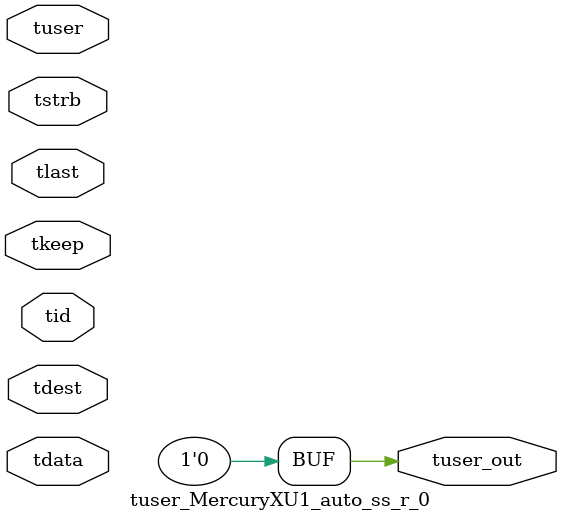
<source format=v>


`timescale 1ps/1ps

module tuser_MercuryXU1_auto_ss_r_0 #
(
parameter C_S_AXIS_TUSER_WIDTH = 1,
parameter C_S_AXIS_TDATA_WIDTH = 32,
parameter C_S_AXIS_TID_WIDTH   = 0,
parameter C_S_AXIS_TDEST_WIDTH = 0,
parameter C_M_AXIS_TUSER_WIDTH = 1
)
(
input  [(C_S_AXIS_TUSER_WIDTH == 0 ? 1 : C_S_AXIS_TUSER_WIDTH)-1:0     ] tuser,
input  [(C_S_AXIS_TDATA_WIDTH == 0 ? 1 : C_S_AXIS_TDATA_WIDTH)-1:0     ] tdata,
input  [(C_S_AXIS_TID_WIDTH   == 0 ? 1 : C_S_AXIS_TID_WIDTH)-1:0       ] tid,
input  [(C_S_AXIS_TDEST_WIDTH == 0 ? 1 : C_S_AXIS_TDEST_WIDTH)-1:0     ] tdest,
input  [(C_S_AXIS_TDATA_WIDTH/8)-1:0 ] tkeep,
input  [(C_S_AXIS_TDATA_WIDTH/8)-1:0 ] tstrb,
input                                                                    tlast,
output [C_M_AXIS_TUSER_WIDTH-1:0] tuser_out
);

assign tuser_out = {1'b0};

endmodule


</source>
